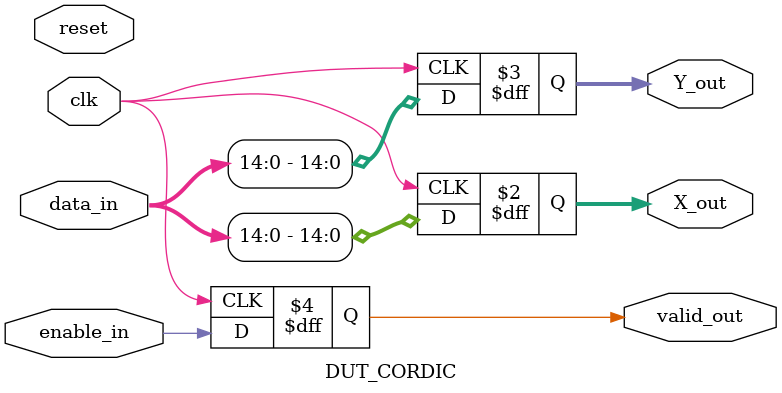
<source format=sv>
`timescale 1 ns / 1 ns

module DUT_CORDIC
          (clk,
           reset,
           data_in,
           enable_in,
           X_out,
           Y_out,
           valid_out);


  input   clk;
  input   reset;
  input   signed [19:0] data_in;  // sfix20_En12
  input   enable_in;
  output  logic [14:0] X_out;
  output  logic [14:0] Y_out;
  output  logic valid_out;
  
  

  always @(posedge clk) begin
    X_out <= data_in[14:0];	// Just a dummy assignement. Replace with your code.
    Y_out <= data_in[14:0];	// Just a dummy assignement. Replace with your code.
    valid_out <= enable_in;	// Just a dummy assignement. Replace with your code.
  end
    

endmodule


</source>
